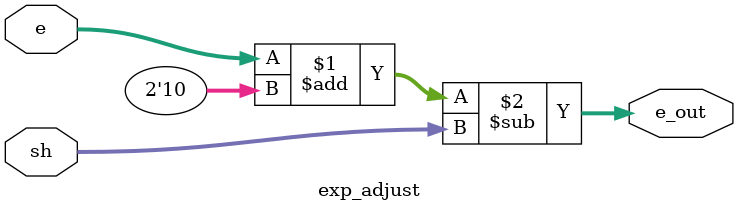
<source format=v>
/*
* The module adjusts the resultin exponent of the resulting number.
* The constant shift by 2 term is the result of left extending the mantisa 
* register to accomodate for implicit 1 and possible addition overflow
*/

module exp_adjust(e,sh,e_out);
    input  [7:0] e;
    input  [4:0] sh;

    output [7:0] e_out;

    assign e_out = e + 2'b10 - sh;
endmodule

</source>
